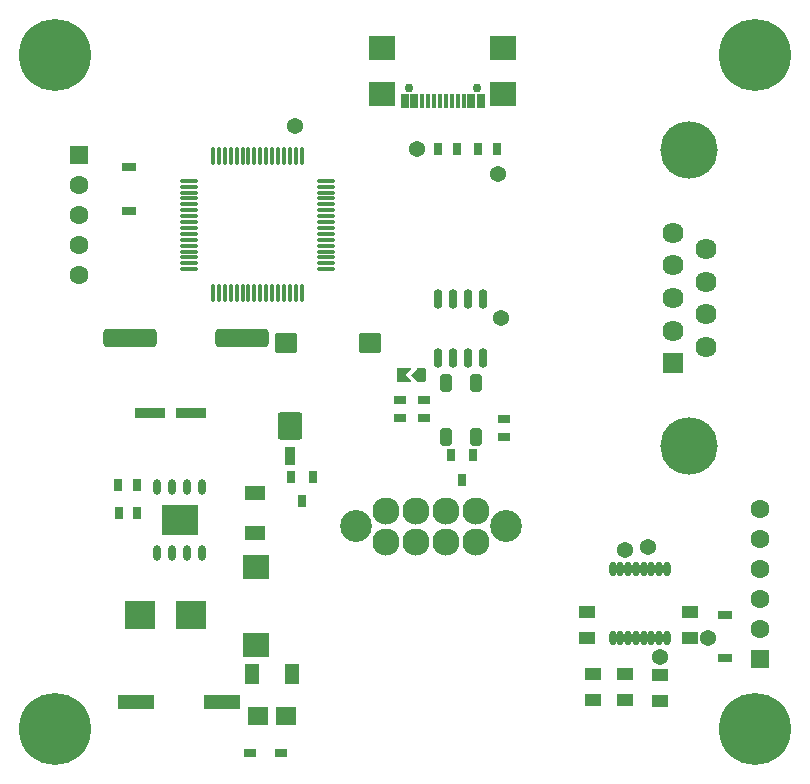
<source format=gbr>
%TF.GenerationSoftware,Altium Limited,Altium Designer,20.2.5 (213)*%
G04 Layer_Color=8388736*
%FSLAX44Y44*%
%MOMM*%
%TF.SameCoordinates,3FE501F2-1E46-4B48-ABA6-5278C61F2325*%
%TF.FilePolarity,Negative*%
%TF.FileFunction,Soldermask,Top*%
%TF.Part,Single*%
G01*
G75*
%TA.AperFunction,SMDPad,CuDef*%
%ADD68R,1.0000X0.7000*%
%ADD69R,0.2000X0.2000*%
%ADD70R,2.6000X2.4000*%
%ADD71R,0.7000X1.0000*%
%ADD72R,1.4000X1.0000*%
%ADD73R,0.8000X1.0000*%
G04:AMPARAMS|DCode=74|XSize=1.45mm|YSize=1mm|CornerRadius=0.14mm|HoleSize=0mm|Usage=FLASHONLY|Rotation=270.000|XOffset=0mm|YOffset=0mm|HoleType=Round|Shape=RoundedRectangle|*
%AMROUNDEDRECTD74*
21,1,1.4500,0.7200,0,0,270.0*
21,1,1.1700,1.0000,0,0,270.0*
1,1,0.2800,-0.3600,-0.5850*
1,1,0.2800,-0.3600,0.5850*
1,1,0.2800,0.3600,0.5850*
1,1,0.2800,0.3600,-0.5850*
%
%ADD74ROUNDEDRECTD74*%
%ADD75O,0.7500X1.7000*%
%ADD76R,1.2000X1.8000*%
%TA.AperFunction,ComponentPad*%
%ADD77C,0.7600*%
%ADD78C,1.6000*%
%ADD79R,1.6000X1.6000*%
%ADD80C,2.7000*%
%ADD81C,2.3000*%
%ADD82R,1.7900X1.7900*%
%ADD83C,1.7900*%
%ADD84C,4.8600*%
%TA.AperFunction,ViaPad*%
%ADD85C,6.1000*%
%ADD86C,1.3700*%
%TA.AperFunction,SMDPad,CuDef*%
%ADD90R,0.3600X1.2100*%
%ADD91R,0.6600X1.2100*%
%ADD92R,2.2800X2.1000*%
G04:AMPARAMS|DCode=93|XSize=4.6mm|YSize=1.6mm|CornerRadius=0.425mm|HoleSize=0mm|Usage=FLASHONLY|Rotation=180.000|XOffset=0mm|YOffset=0mm|HoleType=Round|Shape=RoundedRectangle|*
%AMROUNDEDRECTD93*
21,1,4.6000,0.7500,0,0,180.0*
21,1,3.7500,1.6000,0,0,180.0*
1,1,0.8500,-1.8750,0.3750*
1,1,0.8500,1.8750,0.3750*
1,1,0.8500,1.8750,-0.3750*
1,1,0.8500,-1.8750,-0.3750*
%
%ADD93ROUNDEDRECTD93*%
%ADD94R,2.6000X0.9000*%
%ADD95O,0.6500X1.2500*%
%ADD96R,1.3000X0.8000*%
G04:AMPARAMS|DCode=97|XSize=1.7mm|YSize=1.9mm|CornerRadius=0.21mm|HoleSize=0mm|Usage=FLASHONLY|Rotation=90.000|XOffset=0mm|YOffset=0mm|HoleType=Round|Shape=RoundedRectangle|*
%AMROUNDEDRECTD97*
21,1,1.7000,1.4800,0,0,90.0*
21,1,1.2800,1.9000,0,0,90.0*
1,1,0.4200,0.7400,0.6400*
1,1,0.4200,0.7400,-0.6400*
1,1,0.4200,-0.7400,-0.6400*
1,1,0.4200,-0.7400,0.6400*
%
%ADD97ROUNDEDRECTD97*%
%ADD98O,1.5400X0.2940*%
%ADD99O,0.2940X1.5400*%
G04:AMPARAMS|DCode=100|XSize=1.6mm|YSize=0.9mm|CornerRadius=0.13mm|HoleSize=0mm|Usage=FLASHONLY|Rotation=270.000|XOffset=0mm|YOffset=0mm|HoleType=Round|Shape=RoundedRectangle|*
%AMROUNDEDRECTD100*
21,1,1.6000,0.6400,0,0,270.0*
21,1,1.3400,0.9000,0,0,270.0*
1,1,0.2600,-0.3200,-0.6700*
1,1,0.2600,-0.3200,0.6700*
1,1,0.2600,0.3200,0.6700*
1,1,0.2600,0.3200,-0.6700*
%
%ADD100ROUNDEDRECTD100*%
G04:AMPARAMS|DCode=101|XSize=2.3mm|YSize=2.1mm|CornerRadius=0.25mm|HoleSize=0mm|Usage=FLASHONLY|Rotation=270.000|XOffset=0mm|YOffset=0mm|HoleType=Round|Shape=RoundedRectangle|*
%AMROUNDEDRECTD101*
21,1,2.3000,1.6000,0,0,270.0*
21,1,1.8000,2.1000,0,0,270.0*
1,1,0.5000,-0.8000,-0.9000*
1,1,0.5000,-0.8000,0.9000*
1,1,0.5000,0.8000,0.9000*
1,1,0.5000,0.8000,-0.9000*
%
%ADD101ROUNDEDRECTD101*%
%ADD102R,3.1600X2.6600*%
%ADD103O,0.6600X1.3600*%
%ADD104R,1.1000X0.7000*%
%ADD105R,1.8000X1.2000*%
%ADD106R,2.3000X2.1000*%
%ADD107R,1.7500X1.5000*%
%ADD108R,3.1000X1.2000*%
G36*
X353184Y345572D02*
X353278Y345544D01*
X353365Y345497D01*
X353441Y345435D01*
X353504Y345359D01*
X353550Y345272D01*
X353579Y345177D01*
X353588Y345079D01*
Y334920D01*
X353579Y334822D01*
X353550Y334728D01*
X353504Y334641D01*
X353441Y334565D01*
X353365Y334502D01*
X353278Y334456D01*
X353184Y334427D01*
X353086Y334418D01*
X346414D01*
X346414Y334417D01*
X346365Y334422D01*
X346316Y334427D01*
X346244Y334449D01*
X346222Y334456D01*
X346135Y334502D01*
X346059Y334565D01*
X340980Y339643D01*
X340980Y339644D01*
X340918Y339720D01*
X340871Y339807D01*
X340864Y339828D01*
X340843Y339901D01*
X340833Y339999D01*
X340843Y340097D01*
X340871Y340191D01*
X340918Y340278D01*
X340980Y340354D01*
X346061Y345435D01*
X346061Y345435D01*
X346137Y345497D01*
X346224Y345544D01*
X346246Y345550D01*
X346318Y345572D01*
X346416Y345582D01*
X353086D01*
X353184Y345572D01*
D02*
G37*
G36*
X341301Y345573D02*
X341395Y345544D01*
X341482Y345498D01*
X341558Y345435D01*
X341620Y345359D01*
X341667Y345272D01*
X341695Y345178D01*
X341705Y345080D01*
X341696Y344991D01*
X341695Y344982D01*
X341667Y344888D01*
X341620Y344801D01*
X341586Y344759D01*
X341558Y344725D01*
X341558Y344725D01*
X336833Y340000D01*
X341558Y335275D01*
X341620Y335199D01*
X341667Y335112D01*
X341673Y335090D01*
X341695Y335018D01*
X341700Y334969D01*
X341705Y334920D01*
X341700Y334871D01*
X341695Y334822D01*
X341673Y334750D01*
X341667Y334728D01*
X341620Y334641D01*
X341558Y334565D01*
X341482Y334502D01*
X341395Y334456D01*
X341373Y334449D01*
X341301Y334427D01*
X341251Y334422D01*
X341203Y334417D01*
X341202Y334418D01*
X329500D01*
X329402Y334427D01*
X329308Y334456D01*
X329221Y334502D01*
X329145Y334565D01*
X329082Y334641D01*
X329036Y334728D01*
X329007Y334822D01*
X328998Y334920D01*
Y345080D01*
X329007Y345178D01*
X329036Y345272D01*
X329082Y345359D01*
X329145Y345435D01*
X329221Y345498D01*
X329308Y345544D01*
X329402Y345573D01*
X329500Y345582D01*
X341202D01*
X341203Y345582D01*
X341301Y345573D01*
D02*
G37*
D68*
X420000Y302800D02*
D03*
Y287200D02*
D03*
X332000Y318800D02*
D03*
Y303200D02*
D03*
X352000Y318800D02*
D03*
Y303200D02*
D03*
D69*
X333500Y340000D02*
D03*
X348500D02*
D03*
D70*
X154750Y137000D02*
D03*
X111750D02*
D03*
D71*
X379800Y531000D02*
D03*
X364200D02*
D03*
X413800D02*
D03*
X398200D02*
D03*
X93400Y246500D02*
D03*
X109000D02*
D03*
X109300Y223500D02*
D03*
X93700D02*
D03*
D72*
X577000Y117000D02*
D03*
Y139000D02*
D03*
X495000Y87000D02*
D03*
Y65000D02*
D03*
X522000Y87000D02*
D03*
Y65000D02*
D03*
X490000Y117000D02*
D03*
Y139000D02*
D03*
X552000Y86000D02*
D03*
Y64000D02*
D03*
D73*
X394000Y272000D02*
D03*
X375000D02*
D03*
X384500Y251000D02*
D03*
X258500Y254000D02*
D03*
X239500D02*
D03*
X249000Y233000D02*
D03*
D74*
X396000Y287500D02*
D03*
Y333000D02*
D03*
X371000Y287500D02*
D03*
Y333000D02*
D03*
D75*
X389298Y404008D02*
D03*
X376598D02*
D03*
X363898D02*
D03*
X401998Y404008D02*
D03*
Y354008D02*
D03*
X389298D02*
D03*
X363898D02*
D03*
X376598D02*
D03*
D76*
X206250Y87000D02*
D03*
X240250D02*
D03*
D77*
X339200Y583000D02*
D03*
X397000D02*
D03*
D78*
X637000Y226600D02*
D03*
Y201200D02*
D03*
Y175800D02*
D03*
Y150400D02*
D03*
Y125000D02*
D03*
X60000Y424800D02*
D03*
Y450200D02*
D03*
Y475600D02*
D03*
Y501000D02*
D03*
D79*
X637000Y99600D02*
D03*
X60000Y526400D02*
D03*
D80*
X421642Y211724D02*
D03*
X294642D02*
D03*
D81*
X320000Y199000D02*
D03*
X345399D02*
D03*
X370797D02*
D03*
X396196D02*
D03*
X396242Y224424D02*
D03*
X370844Y224440D02*
D03*
X345445D02*
D03*
X320046D02*
D03*
D82*
X562600Y349750D02*
D03*
D83*
X591000Y363600D02*
D03*
X562600Y377450D02*
D03*
X591000Y391300D02*
D03*
X562600Y405150D02*
D03*
X591000Y419000D02*
D03*
X562600Y432850D02*
D03*
X591000Y446700D02*
D03*
X562600Y460550D02*
D03*
D84*
X576800Y530100D02*
D03*
Y280200D02*
D03*
D85*
X632000Y40000D02*
D03*
X40000D02*
D03*
X40000Y611000D02*
D03*
X632000D02*
D03*
D86*
X415000Y510000D02*
D03*
X346000Y531000D02*
D03*
X522000Y192000D02*
D03*
X541997Y193998D02*
D03*
X417000Y388000D02*
D03*
X243000Y551000D02*
D03*
X593000Y117000D02*
D03*
X552000Y101000D02*
D03*
D90*
X385600Y572250D02*
D03*
X350600D02*
D03*
X380600D02*
D03*
X355600D02*
D03*
X370600D02*
D03*
X365600D02*
D03*
X375600D02*
D03*
X360600D02*
D03*
D91*
X400100D02*
D03*
X336100D02*
D03*
X392100D02*
D03*
X344100D02*
D03*
D92*
X317000Y617000D02*
D03*
X419200D02*
D03*
Y578000D02*
D03*
X317000D02*
D03*
D93*
X103000Y371000D02*
D03*
X198000D02*
D03*
D94*
X120000Y308000D02*
D03*
X155000D02*
D03*
D95*
X512000Y117000D02*
D03*
X518500D02*
D03*
X525000D02*
D03*
X531500D02*
D03*
X538000D02*
D03*
X544500D02*
D03*
X551000D02*
D03*
Y176000D02*
D03*
X544500D02*
D03*
X538000D02*
D03*
X557500Y117000D02*
D03*
Y176000D02*
D03*
X531500D02*
D03*
X525000D02*
D03*
X518500D02*
D03*
X512000D02*
D03*
D96*
X607000Y137000D02*
D03*
Y100000D02*
D03*
X102000Y479000D02*
D03*
Y516000D02*
D03*
D97*
X306250Y367000D02*
D03*
X235000D02*
D03*
D98*
X153001Y474491D02*
D03*
Y479491D02*
D03*
Y484491D02*
D03*
Y489491D02*
D03*
Y494491D02*
D03*
Y499491D02*
D03*
Y504491D02*
D03*
Y469491D02*
D03*
Y434491D02*
D03*
Y464491D02*
D03*
Y459491D02*
D03*
Y454491D02*
D03*
Y449491D02*
D03*
Y444491D02*
D03*
Y439491D02*
D03*
Y429491D02*
D03*
X269001Y474491D02*
D03*
Y479491D02*
D03*
Y484491D02*
D03*
Y489491D02*
D03*
Y494491D02*
D03*
Y499491D02*
D03*
Y504491D02*
D03*
Y469491D02*
D03*
Y464491D02*
D03*
Y459491D02*
D03*
Y454491D02*
D03*
Y449491D02*
D03*
Y444491D02*
D03*
Y439491D02*
D03*
Y434491D02*
D03*
Y429491D02*
D03*
D99*
X173501Y524991D02*
D03*
X178501D02*
D03*
X183501D02*
D03*
X188501D02*
D03*
X193501D02*
D03*
X198501D02*
D03*
X203501D02*
D03*
X208501D02*
D03*
X213501D02*
D03*
X218501D02*
D03*
X223501D02*
D03*
X228501D02*
D03*
X233501D02*
D03*
X238501D02*
D03*
X243501D02*
D03*
X248501D02*
D03*
X173501Y408991D02*
D03*
X178501D02*
D03*
X183501D02*
D03*
X188501D02*
D03*
X193501D02*
D03*
X198501D02*
D03*
X203501D02*
D03*
X208501D02*
D03*
X213501D02*
D03*
X218501D02*
D03*
X223501D02*
D03*
X228501D02*
D03*
X233501D02*
D03*
X238501D02*
D03*
X243501D02*
D03*
X248501D02*
D03*
D100*
X239000Y271000D02*
D03*
D101*
Y297000D02*
D03*
D102*
X145500Y217500D02*
D03*
D103*
X126450Y189500D02*
D03*
X139150D02*
D03*
X151850D02*
D03*
X164550D02*
D03*
X126450Y245500D02*
D03*
X139150D02*
D03*
X151850D02*
D03*
X164550D02*
D03*
D104*
X204750Y19750D02*
D03*
X230750D02*
D03*
D105*
X209250Y240250D02*
D03*
Y206250D02*
D03*
D106*
X209500Y111250D02*
D03*
Y177250D02*
D03*
D107*
X235000Y51000D02*
D03*
X211750D02*
D03*
D108*
X181500Y63250D02*
D03*
X108250D02*
D03*
%TF.MD5,069ab60e92d79ce5e0145330a4ca28a0*%
M02*

</source>
